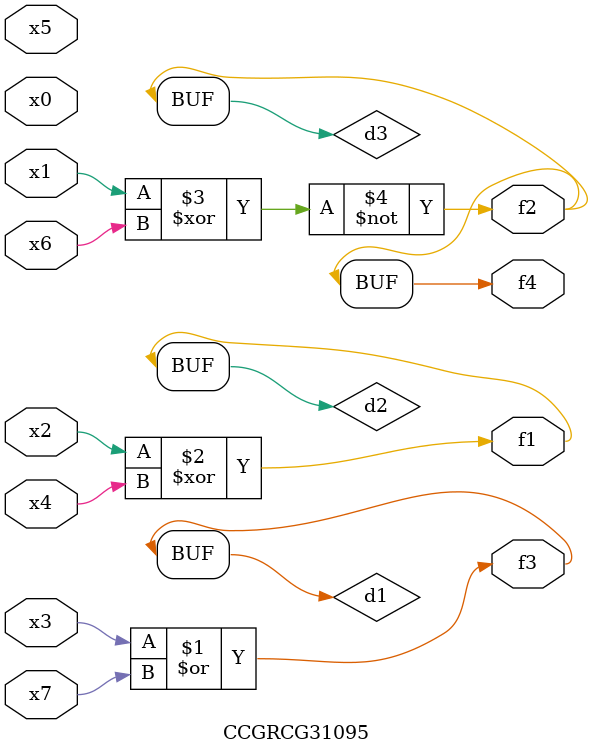
<source format=v>
module CCGRCG31095(
	input x0, x1, x2, x3, x4, x5, x6, x7,
	output f1, f2, f3, f4
);

	wire d1, d2, d3;

	or (d1, x3, x7);
	xor (d2, x2, x4);
	xnor (d3, x1, x6);
	assign f1 = d2;
	assign f2 = d3;
	assign f3 = d1;
	assign f4 = d3;
endmodule

</source>
